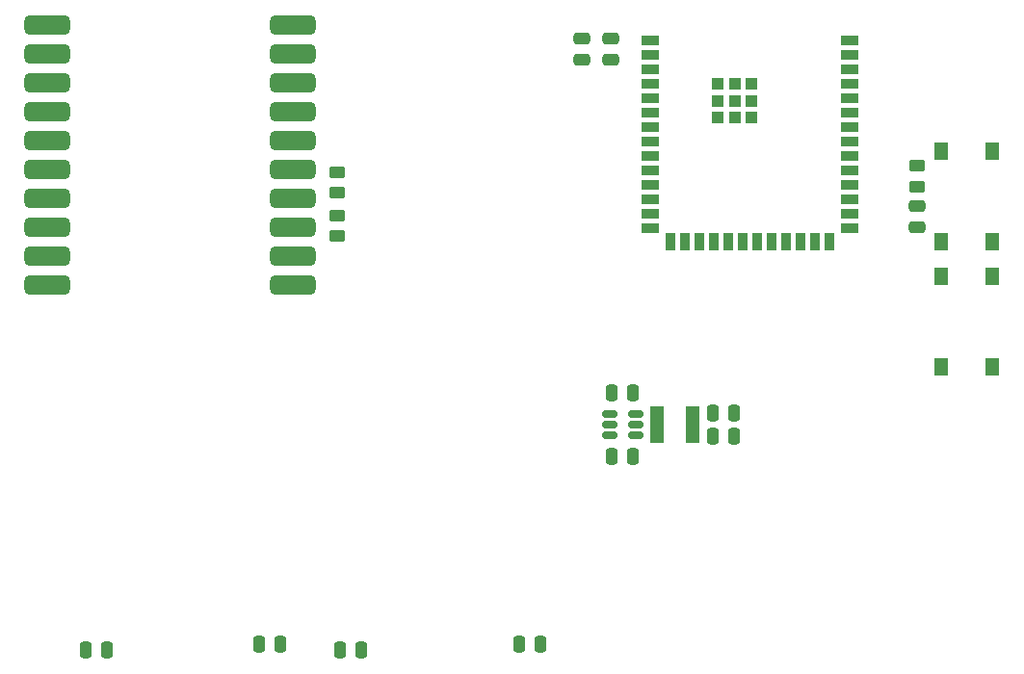
<source format=gbr>
%TF.GenerationSoftware,KiCad,Pcbnew,8.0.2*%
%TF.CreationDate,2025-04-15T08:32:20+02:00*%
%TF.ProjectId,Mainboard,4d61696e-626f-4617-9264-2e6b69636164,v1.0*%
%TF.SameCoordinates,Original*%
%TF.FileFunction,Paste,Top*%
%TF.FilePolarity,Positive*%
%FSLAX46Y46*%
G04 Gerber Fmt 4.6, Leading zero omitted, Abs format (unit mm)*
G04 Created by KiCad (PCBNEW 8.0.2) date 2025-04-15 08:32:20*
%MOMM*%
%LPD*%
G01*
G04 APERTURE LIST*
G04 Aperture macros list*
%AMRoundRect*
0 Rectangle with rounded corners*
0 $1 Rounding radius*
0 $2 $3 $4 $5 $6 $7 $8 $9 X,Y pos of 4 corners*
0 Add a 4 corners polygon primitive as box body*
4,1,4,$2,$3,$4,$5,$6,$7,$8,$9,$2,$3,0*
0 Add four circle primitives for the rounded corners*
1,1,$1+$1,$2,$3*
1,1,$1+$1,$4,$5*
1,1,$1+$1,$6,$7*
1,1,$1+$1,$8,$9*
0 Add four rect primitives between the rounded corners*
20,1,$1+$1,$2,$3,$4,$5,0*
20,1,$1+$1,$4,$5,$6,$7,0*
20,1,$1+$1,$6,$7,$8,$9,0*
20,1,$1+$1,$8,$9,$2,$3,0*%
G04 Aperture macros list end*
%ADD10R,1.300000X1.550000*%
%ADD11RoundRect,0.250000X0.250000X0.475000X-0.250000X0.475000X-0.250000X-0.475000X0.250000X-0.475000X0*%
%ADD12RoundRect,0.250000X-0.450000X0.262500X-0.450000X-0.262500X0.450000X-0.262500X0.450000X0.262500X0*%
%ADD13RoundRect,0.250000X-0.250000X-0.475000X0.250000X-0.475000X0.250000X0.475000X-0.250000X0.475000X0*%
%ADD14RoundRect,0.425000X1.575000X0.425000X-1.575000X0.425000X-1.575000X-0.425000X1.575000X-0.425000X0*%
%ADD15R,1.200000X3.300000*%
%ADD16R,1.500000X0.900000*%
%ADD17R,0.900000X1.500000*%
%ADD18R,1.000000X1.000000*%
%ADD19RoundRect,0.250000X0.475000X-0.250000X0.475000X0.250000X-0.475000X0.250000X-0.475000X-0.250000X0*%
%ADD20RoundRect,0.150000X-0.512500X-0.150000X0.512500X-0.150000X0.512500X0.150000X-0.512500X0.150000X0*%
%ADD21RoundRect,0.250000X-0.475000X0.250000X-0.475000X-0.250000X0.475000X-0.250000X0.475000X0.250000X0*%
G04 APERTURE END LIST*
D10*
%TO.C,SW1*%
X189896000Y-80895000D03*
X189896000Y-88845000D03*
X185396000Y-80895000D03*
X185396000Y-88845000D03*
%TD*%
D11*
%TO.C,C9*%
X127384000Y-124214000D03*
X125484000Y-124214000D03*
%TD*%
D12*
%TO.C,R2*%
X132371000Y-82722500D03*
X132371000Y-84547500D03*
%TD*%
D11*
%TO.C,C1*%
X158372000Y-102116000D03*
X156472000Y-102116000D03*
%TD*%
D13*
%TO.C,C2*%
X156472000Y-107704000D03*
X158372000Y-107704000D03*
%TD*%
D11*
%TO.C,C11*%
X150244000Y-124214000D03*
X148344000Y-124214000D03*
%TD*%
D13*
%TO.C,C3*%
X165362000Y-105926000D03*
X167262000Y-105926000D03*
%TD*%
D11*
%TO.C,C8*%
X112144000Y-124722000D03*
X110244000Y-124722000D03*
%TD*%
D14*
%TO.C,U2*%
X106851000Y-69835000D03*
X106851000Y-72375000D03*
X106851000Y-74915000D03*
X106851000Y-77455000D03*
X106851000Y-79995000D03*
X106851000Y-82535000D03*
X106851000Y-85075000D03*
X106851000Y-87615000D03*
X106851000Y-90155000D03*
X106851000Y-92695000D03*
X128441000Y-69835000D03*
X128441000Y-72375000D03*
X128441000Y-74915000D03*
X128441000Y-77455000D03*
X128441000Y-79995000D03*
X128441000Y-82535000D03*
X128441000Y-85075000D03*
X128441000Y-87615000D03*
X128441000Y-90155000D03*
X128441000Y-92695000D03*
%TD*%
D15*
%TO.C,L1*%
X160444000Y-104910000D03*
X163544000Y-104910000D03*
%TD*%
D16*
%TO.C,U4*%
X159896000Y-71110000D03*
X159896000Y-72380000D03*
X159896000Y-73650000D03*
X159896000Y-74920000D03*
X159896000Y-76190000D03*
X159896000Y-77460000D03*
X159896000Y-78730000D03*
X159896000Y-80000000D03*
X159896000Y-81270000D03*
X159896000Y-82540000D03*
X159896000Y-83810000D03*
X159896000Y-85080000D03*
X159896000Y-86350000D03*
X159896000Y-87620000D03*
D17*
X161661000Y-88870000D03*
X162931000Y-88870000D03*
X164201000Y-88870000D03*
X165471000Y-88870000D03*
X166741000Y-88870000D03*
X168011000Y-88870000D03*
X169281000Y-88870000D03*
X170551000Y-88870000D03*
X171821000Y-88870000D03*
X173091000Y-88870000D03*
X174361000Y-88870000D03*
X175631000Y-88870000D03*
D16*
X177396000Y-87620000D03*
X177396000Y-86350000D03*
X177396000Y-85080000D03*
X177396000Y-83810000D03*
X177396000Y-82540000D03*
X177396000Y-81270000D03*
X177396000Y-80000000D03*
X177396000Y-78730000D03*
X177396000Y-77460000D03*
X177396000Y-76190000D03*
X177396000Y-74920000D03*
X177396000Y-73650000D03*
X177396000Y-72380000D03*
X177396000Y-71110000D03*
D18*
X165786000Y-74960000D03*
X165786000Y-76460000D03*
X165786000Y-77960000D03*
X167286000Y-74960000D03*
X167286000Y-76460000D03*
X167286000Y-77960000D03*
X168786000Y-74960000D03*
X168786000Y-76460000D03*
X168786000Y-77960000D03*
%TD*%
D19*
%TO.C,C5*%
X153866000Y-72840000D03*
X153866000Y-70940000D03*
%TD*%
D10*
%TO.C,SW2*%
X185396000Y-99845000D03*
X185396000Y-91895000D03*
X189896000Y-99845000D03*
X189896000Y-91895000D03*
%TD*%
D20*
%TO.C,U1*%
X156284500Y-103960000D03*
X156284500Y-104910000D03*
X156284500Y-105860000D03*
X158559500Y-105860000D03*
X158559500Y-104910000D03*
X158559500Y-103960000D03*
%TD*%
D12*
%TO.C,R3*%
X132371000Y-86532500D03*
X132371000Y-88357500D03*
%TD*%
D11*
%TO.C,C10*%
X134496000Y-124722000D03*
X132596000Y-124722000D03*
%TD*%
D12*
%TO.C,R1*%
X183330000Y-82153500D03*
X183330000Y-83978500D03*
%TD*%
D21*
%TO.C,C7*%
X183330000Y-85672000D03*
X183330000Y-87572000D03*
%TD*%
D19*
%TO.C,C6*%
X156406000Y-72840000D03*
X156406000Y-70940000D03*
%TD*%
D13*
%TO.C,C4*%
X165362000Y-103894000D03*
X167262000Y-103894000D03*
%TD*%
M02*

</source>
